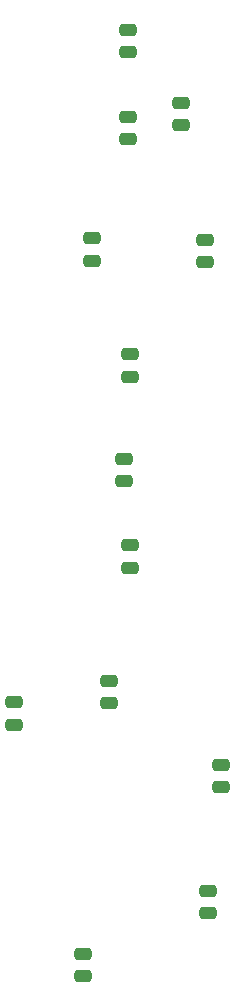
<source format=gbp>
%TF.GenerationSoftware,KiCad,Pcbnew,8.0.4*%
%TF.CreationDate,2024-08-12T18:31:44+02:00*%
%TF.ProjectId,HCP65 Kernal Mode,48435036-3520-44b6-9572-6e616c204d6f,V0*%
%TF.SameCoordinates,PX525bfc0PY43d3480*%
%TF.FileFunction,Paste,Bot*%
%TF.FilePolarity,Positive*%
%FSLAX46Y46*%
G04 Gerber Fmt 4.6, Leading zero omitted, Abs format (unit mm)*
G04 Created by KiCad (PCBNEW 8.0.4) date 2024-08-12 18:31:44*
%MOMM*%
%LPD*%
G01*
G04 APERTURE LIST*
G04 Aperture macros list*
%AMRoundRect*
0 Rectangle with rounded corners*
0 $1 Rounding radius*
0 $2 $3 $4 $5 $6 $7 $8 $9 X,Y pos of 4 corners*
0 Add a 4 corners polygon primitive as box body*
4,1,4,$2,$3,$4,$5,$6,$7,$8,$9,$2,$3,0*
0 Add four circle primitives for the rounded corners*
1,1,$1+$1,$2,$3*
1,1,$1+$1,$4,$5*
1,1,$1+$1,$6,$7*
1,1,$1+$1,$8,$9*
0 Add four rect primitives between the rounded corners*
20,1,$1+$1,$2,$3,$4,$5,0*
20,1,$1+$1,$4,$5,$6,$7,0*
20,1,$1+$1,$6,$7,$8,$9,0*
20,1,$1+$1,$8,$9,$2,$3,0*%
G04 Aperture macros list end*
%ADD10RoundRect,0.250000X0.475000X-0.250000X0.475000X0.250000X-0.475000X0.250000X-0.475000X-0.250000X0*%
%ADD11RoundRect,0.250000X-0.475000X0.250000X-0.475000X-0.250000X0.475000X-0.250000X0.475000X0.250000X0*%
G04 APERTURE END LIST*
D10*
%TO.C,C14*%
X19050000Y-16428000D03*
X19050000Y-14528000D03*
%TD*%
%TO.C,C15*%
X12700000Y-42291000D03*
X12700000Y-40391000D03*
%TD*%
%TO.C,C12*%
X9525000Y-16301000D03*
X9525000Y-14401000D03*
%TD*%
%TO.C,C4*%
X12700000Y-26122208D03*
X12700000Y-24222208D03*
%TD*%
%TO.C,C7*%
X12573000Y-6014000D03*
X12573000Y-4114000D03*
%TD*%
%TO.C,C11*%
X12192000Y-34970000D03*
X12192000Y-33070000D03*
%TD*%
%TO.C,C5*%
X10922000Y-53766000D03*
X10922000Y-51866000D03*
%TD*%
%TO.C,C8*%
X20447000Y-60878000D03*
X20447000Y-58978000D03*
%TD*%
%TO.C,C2*%
X19304000Y-71546000D03*
X19304000Y-69646000D03*
%TD*%
%TO.C,C13*%
X17018000Y-4826000D03*
X17018000Y-2926000D03*
%TD*%
%TO.C,C1*%
X8763000Y-76880000D03*
X8763000Y-74980000D03*
%TD*%
D11*
%TO.C,C3*%
X2921000Y-53676000D03*
X2921000Y-55576000D03*
%TD*%
D10*
%TO.C,C6*%
X12573000Y1352000D03*
X12573000Y3252000D03*
%TD*%
M02*

</source>
